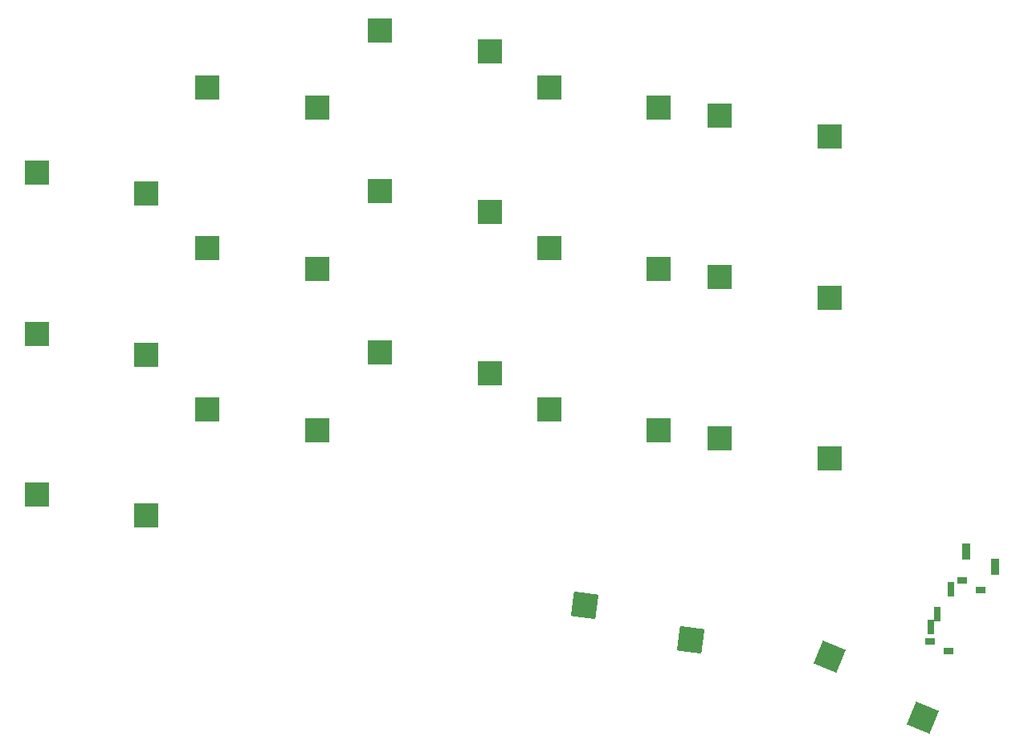
<source format=gbr>
%TF.GenerationSoftware,KiCad,Pcbnew,(6.0.8)*%
%TF.CreationDate,2022-12-27T02:43:28+02:00*%
%TF.ProjectId,lazy_ferris-rounded_final,6c617a79-5f66-4657-9272-69732d726f75,v1.0.0*%
%TF.SameCoordinates,Original*%
%TF.FileFunction,Paste,Bot*%
%TF.FilePolarity,Positive*%
%FSLAX46Y46*%
G04 Gerber Fmt 4.6, Leading zero omitted, Abs format (unit mm)*
G04 Created by KiCad (PCBNEW (6.0.8)) date 2022-12-27 02:43:28*
%MOMM*%
%LPD*%
G01*
G04 APERTURE LIST*
G04 Aperture macros list*
%AMRotRect*
0 Rectangle, with rotation*
0 The origin of the aperture is its center*
0 $1 length*
0 $2 width*
0 $3 Rotation angle, in degrees counterclockwise*
0 Add horizontal line*
21,1,$1,$2,0,0,$3*%
G04 Aperture macros list end*
%ADD10R,1.000000X0.800000*%
%ADD11R,0.700000X1.500000*%
%ADD12R,2.600000X2.600000*%
%ADD13RotRect,2.600000X2.600000X352.500000*%
%ADD14R,0.900000X1.700000*%
%ADD15RotRect,2.600000X2.600000X337.500000*%
G04 APERTURE END LIST*
D10*
%TO.C,*%
X114256131Y-4091427D03*
X110885366Y-10566606D03*
X108925072Y-9546142D03*
X112295837Y-3070963D03*
D11*
X111072832Y-4012641D03*
X109687586Y-6673674D03*
X108994963Y-8004190D03*
%TD*%
D12*
%TO.C,S11*%
X32725000Y48950000D03*
X44275000Y46750000D03*
%TD*%
%TO.C,S1*%
X14725000Y5950000D03*
X26275000Y3750000D03*
%TD*%
D13*
%TO.C,S31*%
X72529649Y-5673430D03*
X83693679Y-9362186D03*
%TD*%
D12*
%TO.C,S5*%
X14725000Y39950000D03*
X26275000Y37750000D03*
%TD*%
D14*
%TO.C,*%
X112743788Y-69868D03*
X115759624Y-1639814D03*
%TD*%
D12*
%TO.C,S7*%
X32725000Y14950000D03*
X44275000Y12750000D03*
%TD*%
%TO.C,S9*%
X32725000Y31950000D03*
X44275000Y29750000D03*
%TD*%
%TO.C,S3*%
X14725000Y22950000D03*
X26275000Y20750000D03*
%TD*%
%TO.C,S15*%
X50925000Y37950000D03*
X62475000Y35750000D03*
%TD*%
%TO.C,S23*%
X68725000Y48950000D03*
X80275000Y46750000D03*
%TD*%
%TO.C,S25*%
X86725000Y11950000D03*
X98275000Y9750000D03*
%TD*%
%TO.C,S13*%
X50925000Y20950000D03*
X62475000Y18750000D03*
%TD*%
%TO.C,S17*%
X50925000Y54950000D03*
X62475000Y52750000D03*
%TD*%
%TO.C,S21*%
X68725000Y31950000D03*
X80275000Y29750000D03*
%TD*%
%TO.C,S29*%
X86725000Y45950000D03*
X98275000Y43750000D03*
%TD*%
%TO.C,S19*%
X68725000Y14950000D03*
X80275000Y12750000D03*
%TD*%
%TO.C,S27*%
X86725000Y28950000D03*
X98275000Y26750000D03*
%TD*%
D15*
%TO.C,S33*%
X98346176Y-11097754D03*
X108175081Y-17550282D03*
%TD*%
M02*

</source>
